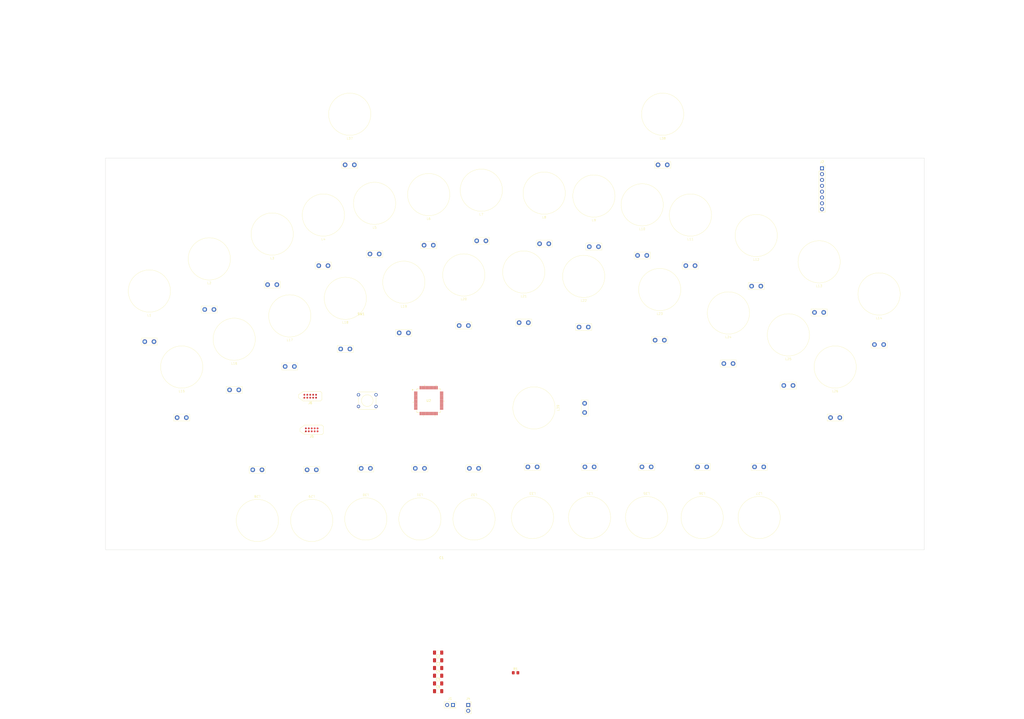
<source format=kicad_pcb>
(kicad_pcb (version 20221018) (generator pcbnew)
  (layers (0 "F.Cu" signal) (31 "B.Cu" signal) (34 "B.Paste" user) (35 "F.Paste" user) (36 "B.SilkS" user "B.Silkscreen") (37 "F.SilkS" user "F.Silkscreen") (38 "B.Mask" user) (39 "F.Mask" user) (44 "Edge.Cuts" user))
  (net 0 "")
  (net 1 "/ouija-main/3V3")
  (net 2 "GND")
  (net 3 "Net-(U2-VDDCORE)")
  (net 4 "Net-(J1-Pin_1)")
  (net 6 "/ESP32/ESP_5V5")
  (net 10 "Net-(J5-NRESET)")
  (net 13 "Net-(J5-SWDCLK{slash}TCK)")
  (net 18 "/ESP32/PWM_OUT")
  (net 19 "Net-(U2-PA00)")
  (net 20 "Net-(U2-PA01)")
  (net 21 "Net-(U2-PA02)")
  (net 22 "Net-(U2-PA03)")
  (net 23 "Net-(U2-PA04)")
  (net 24 "Net-(U2-PA05)")
  (net 25 "Net-(U2-PA06)")
  (net 26 "Net-(U2-PA07)")
  (net 27 "Net-(U2-PA08)")
  (net 28 "Net-(U2-PA09)")
  (net 29 "Net-(U2-PA10)")
  (net 30 "Net-(U2-PA11)")
  (net 31 "Net-(U2-PA12)")
  (net 32 "Net-(U2-PA13)")
  (net 33 "Net-(U2-PA14)")
  (net 34 "Net-(U2-PA15)")
  (net 35 "Net-(U2-PA16)")
  (net 36 "Net-(U2-PA17)")
  (net 37 "Net-(U2-PA18)")
  (net 38 "Net-(U2-PA19)")
  (net 39 "Net-(U2-PA20)")
  (net 40 "Net-(U2-PA21)")
  (net 41 "Net-(U2-PA22)")
  (net 42 "Net-(U2-PA23)")
  (net 43 "Net-(U2-PA24)")
  (net 44 "Net-(U2-PA25)")
  (net 45 "Net-(U2-PB00)")
  (net 46 "Net-(U2-PB01)")
  (net 47 "Net-(U2-PB02)")
  (net 48 "Net-(U2-PB03)")
  (net 49 "Net-(U2-PB04)")
  (net 50 "Net-(U2-PB05)")
  (net 51 "Net-(U2-PB06)")
  (net 52 "Net-(U2-PB07)")
  (net 53 "Net-(U2-PB08)")
  (net 54 "Net-(U2-PB09)")
  (net 55 "Net-(U2-PB10)")
  (net 56 "Net-(U2-PB11)")
  (net 57 "Net-(U2-PB12)")
  (net 61 "/ouija-main/USART_TX")
  (net 62 "/ouija-main/USART_RX")
  (net 67 "/ESP32/ESP_SDA")
  (net 68 "/ESP32/ESP_SCL")
  (footprint "atjacobs:AWCCA coil" (layer "F.Cu") (at 283.21 199.39)
    (fp_text reference "L21" (at 0 10.5 unlocked) (layer "F.SilkS") (effects (font (thickness 0.1))))
    (fp_text value "U")
    (fp_rect (start -3.5 20.5) (end 3.5 23.5) (stroke (width 0.1)) (fill none) (layer "F.SilkS"))
    (fp_circle (center 0 0) (end -5.08 7.62) (stroke (width 0.1)) (fill none) (layer "F.SilkS"))
    (pad "1" thru_hole circle (at -2 22) (size 2 2) (drill 1) (layers "*.Cu" "*.Mask") (net 18 "/ESP32/PWM_OUT"))
    (pad "2" thru_hole circle (at 2 22) (size 2 2) (drill 1) (layers "*.Cu" "*.Mask") (net 39 "Net-(U2-PA20)"))
  )
  (footprint "atjacobs:AWCCA coil" (layer "F.Cu") (at 343.535 130.81)
    (fp_text reference "L38" (at 0 10.5 unlocked) (layer "F.SilkS") (effects (font (thickness 0.1))))
    (fp_text value "NO")
    (fp_rect (start -3.5 20.5) (end 3.5 23.5) (stroke (width 0.1)) (fill none) (layer "F.SilkS"))
    (fp_circle (center 0 0) (end -5.08 7.62) (stroke (width 0.1)) (fill none) (layer "F.SilkS"))
    (pad "1" thru_hole circle (at -2 22) (size 2 2) (drill 1) (layers "*.Cu" "*.Mask") (net 18 "/ESP32/PWM_OUT"))
    (pad "2" thru_hole circle (at 2 22) (size 2 2) (drill 1) (layers "*.Cu" "*.Mask") (net 56 "Net-(U2-PB11)"))
  )
  (footprint "atjacobs:AWCCA coil" (layer "F.Cu") (at 360.68 306.07 180)
    (fp_text reference "L36" (at 0 10.5 180 unlocked) (layer "F.SilkS") (effects (font (thickness 0.1))))
    (fp_text value "9")
    (fp_rect (start -3.5 20.5) (end 3.5 23.5) (stroke (width 0.1)) (fill none) (layer "F.SilkS"))
    (fp_circle (center 0 0) (end -5.08 7.62) (stroke (width 0.1)) (fill none) (layer "F.SilkS"))
    (pad "1" thru_hole circle (at -2 22 180) (size 2 2) (drill 1) (layers "*.Cu" "*.Mask") (net 18 "/ESP32/PWM_OUT"))
    (pad "2" thru_hole circle (at 2 22 180) (size 2 2) (drill 1) (layers "*.Cu" "*.Mask") (net 54 "Net-(U2-PB09)"))
  )
  (footprint "Capacitor_SMD:C_1206_3216Metric_Pad1.33x1.80mm_HandSolder" (layer "F.Cu") (at 246.0375 371.475)
    (fp_text reference "C3" (at 0 -1.85) (layer "F.SilkS"))
    (fp_text value ".1uF")
    (fp_line (start -0.711252 -0.91) (end 0.711252 -0.91) (stroke (width 0.12)) (layer "F.SilkS"))
    (fp_line (start -0.711252 0.91) (end 0.711252 0.91) (stroke (width 0.12)) (layer "F.SilkS"))
    (pad "1" smd roundrect (at -1.5625 0) (size 1.325 1.8) (layers "F.Cu" "F.Paste" "F.Mask") (roundrect_rratio 0.188679) (net 1 "/ouija-main/3V3"))
    (pad "2" smd roundrect (at 1.5625 0) (size 1.325 1.8) (layers "F.Cu" "F.Paste" "F.Mask") (roundrect_rratio 0.188679) (net 2 "GND"))
  )
  (footprint "atjacobs:AWCCA coil" (layer "F.Cu") (at 313.69 166.37)
    (fp_text reference "L9" (at 0 10.5 unlocked) (layer "F.SilkS") (effects (font (thickness 0.1))))
    (fp_text value "I")
    (fp_rect (start -3.5 20.5) (end 3.5 23.5) (stroke (width 0.1)) (fill none) (layer "F.SilkS"))
    (fp_circle (center 0 0) (end -5.08 7.62) (stroke (width 0.1)) (fill none) (layer "F.SilkS"))
    (pad "1" thru_hole circle (at -2 22) (size 2 2) (drill 1) (layers "*.Cu" "*.Mask") (net 18 "/ESP32/PWM_OUT"))
    (pad "2" thru_hole circle (at 2 22) (size 2 2) (drill 1) (layers "*.Cu" "*.Mask") (net 27 "Net-(U2-PA08)"))
  )
  (footprint "Capacitor_SMD:C_1206_3216Metric_Pad1.33x1.80mm_HandSolder" (layer "F.Cu") (at 246.0375 381.525)
    (fp_text reference "C6" (at 0 -1.85) (layer "F.SilkS"))
    (fp_text value ".1uF")
    (fp_line (start -0.711252 -0.91) (end 0.711252 -0.91) (stroke (width 0.12)) (layer "F.SilkS"))
    (fp_line (start -0.711252 0.91) (end 0.711252 0.91) (stroke (width 0.12)) (layer "F.SilkS"))
    (pad "1" smd roundrect (at -1.5625 0) (size 1.325 1.8) (layers "F.Cu" "F.Paste" "F.Mask") (roundrect_rratio 0.188679) (net 1 "/ouija-main/3V3"))
    (pad "2" smd roundrect (at 1.5625 0) (size 1.325 1.8) (layers "F.Cu" "F.Paste" "F.Mask") (roundrect_rratio 0.188679) (net 2 "GND"))
  )
  (footprint "atjacobs:AWCCA coil" (layer "F.Cu") (at 231.14 203.835)
    (fp_text reference "L19" (at 0 10.5 unlocked) (layer "F.SilkS") (effects (font (thickness 0.1))))
    (fp_text value "S")
    (fp_rect (start -3.5 20.5) (end 3.5 23.5) (stroke (width 0.1)) (fill none) (layer "F.SilkS"))
    (fp_circle (center 0 0) (end -5.08 7.62) (stroke (width 0.1)) (fill none) (layer "F.SilkS"))
    (pad "1" thru_hole circle (at -2 22) (size 2 2) (drill 1) (layers "*.Cu" "*.Mask") (net 18 "/ESP32/PWM_OUT"))
    (pad "2" thru_hole circle (at 2 22) (size 2 2) (drill 1) (layers "*.Cu" "*.Mask") (net 37 "Net-(U2-PA18)"))
  )
  (footprint "Capacitor_SMD:C_1206_3216Metric_Pad1.33x1.80mm_HandSolder" (layer "F.Cu") (at 246.0375 374.825)
    (fp_text reference "C4" (at 0 -1.85) (layer "F.SilkS"))
    (fp_text value ".1uF")
    (fp_line (start -0.711252 -0.91) (end 0.711252 -0.91) (stroke (width 0.12)) (layer "F.SilkS"))
    (fp_line (start -0.711252 0.91) (end 0.711252 0.91) (stroke (width 0.12)) (layer "F.SilkS"))
    (pad "1" smd roundrect (at -1.5625 0) (size 1.325 1.8) (layers "F.Cu" "F.Paste" "F.Mask") (roundrect_rratio 0.188679) (net 1 "/ouija-main/3V3"))
    (pad "2" smd roundrect (at 1.5625 0) (size 1.325 1.8) (layers "F.Cu" "F.Paste" "F.Mask") (roundrect_rratio 0.188679) (net 2 "GND"))
  )
  (footprint "atjacobs:AWCCA coil" (layer "F.Cu") (at 167.5426 307.34 180)
    (fp_text reference "L28" (at 0 10.5 180 unlocked) (layer "F.SilkS") (effects (font (thickness 0.1))))
    (fp_text value "1")
    (fp_rect (start -3.5 20.5) (end 3.5 23.5) (stroke (width 0.1)) (fill none) (layer "F.SilkS"))
    (fp_circle (center 0 0) (end -5.08 7.62) (stroke (width 0.1)) (fill none) (layer "F.SilkS"))
    (pad "1" thru_hole circle (at -2 22 180) (size 2 2) (drill 1) (layers "*.Cu" "*.Mask") (net 18 "/ESP32/PWM_OUT"))
    (pad "2" thru_hole circle (at 2 22 180) (size 2 2) (drill 1) (layers "*.Cu" "*.Mask") (net 46 "Net-(U2-PB01)"))
  )
  (footprint "atjacobs:AWCCA coil" (layer "F.Cu") (at 384.175 183.515)
    (fp_text reference "L12" (at 0 10.5 unlocked) (layer "F.SilkS") (effects (font (thickness 0.1))))
    (fp_text value "L")
    (fp_rect (start -3.5 20.5) (end 3.5 23.5) (stroke (width 0.1)) (fill none) (layer "F.SilkS"))
    (fp_circle (center 0 0) (end -5.08 7.62) (stroke (width 0.1)) (fill none) (layer "F.SilkS"))
    (pad "1" thru_hole circle (at -2 22) (size 2 2) (drill 1) (layers "*.Cu" "*.Mask") (net 18 "/ESP32/PWM_OUT"))
    (pad "2" thru_hole circle (at 2 22) (size 2 2) (drill 1) (layers "*.Cu" "*.Mask") (net 30 "Net-(U2-PA11)"))
  )
  (footprint "atjacobs:AWCCA coil" (layer "F.Cu") (at 311.785 306.07 180)
    (fp_text reference "L34" (at 0 10.5 180 unlocked) (layer "F.SilkS") (effects (font (thickness 0.1))))
    (fp_text value "7")
    (fp_rect (start -3.5 20.5) (end 3.5 23.5) (stroke (width 0.1)) (fill none) (layer "F.SilkS"))
    (fp_circle (center 0 0) (end -5.08 7.62) (stroke (width 0.1)) (fill none) (layer "F.SilkS"))
    (pad "1" thru_hole circle (at -2 22 180) (size 2 2) (drill 1) (layers "*.Cu" "*.Mask") (net 18 "/ESP32/PWM_OUT"))
    (pad "2" thru_hole circle (at 2 22 180) (size 2 2) (drill 1) (layers "*.Cu" "*.Mask") (net 52 "Net-(U2-PB07)"))
  )
  (footprint "atjacobs:AWCCA coil" (layer "F.Cu") (at 411.48 194.945)
    (fp_text reference "L13" (at 0 10.5 unlocked) (layer "F.SilkS") (effects (font (thickness 0.1))))
    (fp_text value "M")
    (fp_rect (start -3.5 20.5) (end 3.5 23.5) (stroke (width 0.1)) (fill none) (layer "F.SilkS"))
    (fp_circle (center 0 0) (end -5.08 7.62) (stroke (width 0.1)) (fill none) (layer "F.SilkS"))
    (pad "1" thru_hole circle (at -2 22) (size 2 2) (drill 1) (layers "*.Cu" "*.Mask") (net 18 "/ESP32/PWM_OUT"))
    (pad "2" thru_hole circle (at 2 22) (size 2 2) (drill 1) (layers "*.Cu" "*.Mask") (net 31 "Net-(U2-PA12)"))
  )
  (footprint "atjacobs:AWCCA coil" (layer "F.Cu") (at 238.125 306.705 180)
    (fp_text reference "L31" (at 0 10.5 180 unlocked) (layer "F.SilkS") (effects (font (thickness 0.1))))
    (fp_text value "4")
    (fp_rect (start -3.5 20.5) (end 3.5 23.5) (stroke (width 0.1)) (fill none) (layer "F.SilkS"))
    (fp_circle (center 0 0) (end -5.08 7.62) (stroke (width 0.1)) (fill none) (layer "F.SilkS"))
    (pad "1" thru_hole circle (at -2 22 180) (size 2 2) (drill 1) (layers "*.Cu" "*.Mask") (net 18 "/ESP32/PWM_OUT"))
    (pad "2" thru_hole circle (at 2 22 180) (size 2 2) (drill 1) (layers "*.Cu" "*.Mask") (net 49 "Net-(U2-PB04)"))
  )
  (footprint "atjacobs:AWCCA coil" (layer "F.Cu") (at 287.655 258.445 90)
    (fp_text reference "L39" (at 0 10.5 90 unlocked) (layer "F.SilkS") (effects (font (thickness 0.1))))
    (fp_text value "WAVE")
    (fp_rect (start -3.5 20.5) (end 3.5 23.5) (stroke (width 0.1)) (fill none) (layer "F.SilkS"))
    (fp_circle (center 0 0) (end -5.08 7.62) (stroke (width 0.1)) (fill none) (layer "F.SilkS"))
    (pad "1" thru_hole circle (at -2 22 90) (size 2 2) (drill 1) (layers "*.Cu" "*.Mask") (net 18 "/ESP32/PWM_OUT"))
    (pad "2" thru_hole circle (at 2 22 90) (size 2 2) (drill 1) (layers "*.Cu" "*.Mask") (net 57 "Net-(U2-PB12)"))
  )
  (footprint "atjacobs:AWCCA coil" (layer "F.Cu") (at 264.795 163.83)
    (fp_text reference "L7" (at 0 10.5 unlocked) (layer "F.SilkS") (effects (font (thickness 0.1))))
    (fp_text value "G")
    (fp_rect (start -3.5 20.5) (end 3.5 23.5) (stroke (width 0.1)) (fill none) (layer "F.SilkS"))
    (fp_circle (center 0 0) (end -5.08 7.62) (stroke (width 0.1)) (fill none) (layer "F.SilkS"))
    (pad "1" thru_hole circle (at -2 22) (size 2 2) (drill 1) (layers "*.Cu" "*.Mask") (net 18 "/ESP32/PWM_OUT"))
    (pad "2" thru_hole circle (at 2 22) (size 2 2) (drill 1) (layers "*.Cu" "*.Mask") (net 25 "Net-(U2-PA06)"))
  )
  (footprint "atjacobs:AWCCA coil" (layer "F.Cu") (at 205.74 210.82)
    (fp_text reference "L18" (at 0 10.5 unlocked) (layer "F.SilkS") (effects (font (thickness 0.1))))
    (fp_text value "R")
    (fp_rect (start -3.5 20.5) (end 3.5 23.5) (stroke (width 0.1)) (fill none) (layer "F.SilkS"))
    (fp_circle (center 0 0) (end -5.08 7.62) (stroke (width 0.1)) (fill none) (layer "F.SilkS"))
    (pad "1" thru_hole circle (at -2 22) (size 2 2) (drill 1) (layers "*.Cu" "*.Mask") (net 18 "/ESP32/PWM_OUT"))
    (pad "2" thru_hole circle (at 2 22) (size 2 2) (drill 1) (layers "*.Cu" "*.Mask") (net 36 "Net-(U2-PA17)"))
  )
  (footprint "atjacobs:AWCCA coil" (layer "F.Cu") (at 355.6 174.625)
    (fp_text reference "L11" (at 0 10.5 unlocked) (layer "F.SilkS") (effects (font (thickness 0.1))))
    (fp_text value "K")
    (fp_rect (start -3.5 20.5) (end 3.5 23.5) (stroke (width 0.1)) (fill none) (layer "F.SilkS"))
    (fp_circle (center 0 0) (end -5.08 7.62) (stroke (width 0.1)) (fill none) (layer "F.SilkS"))
    (pad "1" thru_hole circle (at -2 22) (size 2 2) (drill 1) (layers "*.Cu" "*.Mask") (net 18 "/ESP32/PWM_OUT"))
    (pad "2" thru_hole circle (at 2 22) (size 2 2) (drill 1) (layers "*.Cu" "*.Mask") (net 29 "Net-(U2-PA10)"))
  )
  (footprint "atjacobs:AWCCA coil" (layer "F.Cu") (at 218.44 169.545)
    (fp_text reference "L5" (at 0 10.5 unlocked) (layer "F.SilkS") (effects (font (thickness 0.1))))
    (fp_text value "E")
    (fp_rect (start -3.5 20.5) (end 3.5 23.5) (stroke (width 0.1)) (fill none) (layer "F.SilkS"))
    (fp_circle (center 0 0) (end -5.08 7.62) (stroke (width 0.1)) (fill none) (layer "F.SilkS"))
    (pad "1" thru_hole circle (at -2 22) (size 2 2) (drill 1) (layers "*.Cu" "*.Mask") (net 18 "/ESP32/PWM_OUT"))
    (pad "2" thru_hole circle (at 2 22) (size 2 2) (drill 1) (layers "*.Cu" "*.Mask") (net 23 "Net-(U2-PA04)"))
  )
  (footprint "atjacobs:AWCCA coil" (layer "F.Cu") (at 261.62 306.705 180)
    (fp_text reference "L32" (at 0 10.5 180 unlocked) (layer "F.SilkS") (effects (font (thickness 0.1))))
    (fp_text value "5")
    (fp_rect (start -3.5 20.5) (end 3.5 23.5) (stroke (width 0.1)) (fill none) (layer "F.SilkS"))
    (fp_circle (center 0 0) (end -5.08 7.62) (stroke (width 0.1)) (fill none) (layer "F.SilkS"))
    (pad "1" thru_hole circle (at -2 22 180) (size 2 2) (drill 1) (layers "*.Cu" "*.Mask") (net 18 "/ESP32/PWM_OUT"))
    (pad "2" thru_hole circle (at 2 22 180) (size 2 2) (drill 1) (layers "*.Cu" "*.Mask") (net 50 "Net-(U2-PB05)"))
  )
  (footprint "Capacitor_SMD:C_1206_3216Metric_Pad1.33x1.80mm_HandSolder" (layer "F.Cu") (at 246.0375 364.775)
    (fp_text reference "C1" (at 1.4727 -41.1876) (layer "F.SilkS"))
    (fp_text value ".1uF")
    (fp_line (start -0.711252 -0.91) (end 0.711252 -0.91) (stroke (width 0.12)) (layer "F.SilkS"))
    (fp_line (start -0.711252 0.91) (end 0.711252 0.91) (stroke (width 0.12)) (layer "F.SilkS"))
    (pad "1" smd roundrect (at -1.5625 0) (size 1.325 1.8) (layers "F.Cu" "F.Paste" "F.Mask") (roundrect_rratio 0.188679) (net 1 "/ouija-main/3V3"))
    (pad "2" smd roundrect (at 1.5625 0) (size 1.325 1.8) (layers "F.Cu" "F.Paste" "F.Mask") (roundrect_rratio 0.188679) (net 2 "GND"))
  )
  (footprint "atjacobs:AWCCA coil" (layer "F.Cu") (at 157.48 228.6)
    (fp_text reference "L16" (at 0 10.5 unlocked) (layer "F.SilkS") (effects (font (thickness 0.1))))
    (fp_text value "P")
    (fp_rect (start -3.5 20.5) (end 3.5 23.5) (stroke (width 0.1)) (fill none) (layer "F.SilkS"))
    (fp_circle (center 0 0) (end -5.08 7.62) (stroke (width 0.1)) (fill none) (layer "F.SilkS"))
    (pad "1" thru_hole circle (at -2 22) (size 2 2) (drill 1) (layers "*.Cu" "*.Mask") (net 18 "/ESP32/PWM_OUT"))
    (pad "2" thru_hole circle (at 2 22) (size 2 2) (drill 1) (layers "*.Cu" "*.Mask") (net 34 "Net-(U2-PA15)"))
  )
  (footprint "atjacobs:AWCCA coil" (layer "F.Cu") (at 214.63 306.705 180)
    (fp_text reference "L30" (at 0 10.5 180 unlocked) (layer "F.SilkS") (effects (font (thickness 0.1))))
    (fp_text value "3")
    (fp_rect (start -3.5 20.5) (end 3.5 23.5) (stroke (width 0.1)) (fill none) (layer "F.SilkS"))
    (fp_circle (center 0 0) (end -5.08 7.62) (stroke (width 0.1)) (fill none) (layer "F.SilkS"))
    (pad "1" thru_hole circle (at -2 22 180) (size 2 2) (drill 1) (layers "*.Cu" "*.Mask") (net 18 "/ESP32/PWM_OUT"))
    (pad "2" thru_hole circle (at 2 22 180) (size 2 2) (drill 1) (layers "*.Cu" "*.Mask") (net 48 "Net-(U2-PB03)"))
  )
  (footprint "atjacobs:AWCCA coil" (layer "F.Cu") (at 342.265 207.01)
    (fp_text reference "L23" (at 0 10.5 unlocked) (layer "F.SilkS") (effects (font (thickness 0.1))))
    (fp_text value "W")
    (fp_rect (start -3.5 20.5) (end 3.5 23.5) (stroke (width 0.1)) (fill none) (layer "F.SilkS"))
    (fp_circle (center 0 0) (end -5.08 7.62) (stroke (width 0.1)) (fill none) (layer "F.SilkS"))
    (pad "1" thru_hole circle (at -2 22) (size 2 2) (drill 1) (layers "*.Cu" "*.Mask") (net 18 "/ESP32/PWM_OUT"))
    (pad "2" thru_hole circle (at 2 22) (size 2 2) (drill 1) (layers "*.Cu" "*.Mask") (net 41 "Net-(U2-PA22)"))
  )
  (footprint "atjacobs:AWCCA coil" (layer "F.Cu") (at 287.02 306.07 180)
    (fp_text reference "L33" (at 0 10.5 180 unlocked) (layer "F.SilkS") (effects (font (thickness 0.1))))
    (fp_text value "6")
    (fp_rect (start -3.5 20.5) (end 3.5 23.5) (stroke (width 0.1)) (fill none) (layer "F.SilkS"))
    (fp_circle (center 0 0) (end -5.08 7.62) (stroke (width 0.1)) (fill none) (layer "F.SilkS"))
    (pad "1" thru_hole circle (at -2 22 180) (size 2 2) (drill 1) (layers "*.Cu" "*.Mask") (net 18 "/ESP32/PWM_OUT"))
    (pad "2" thru_hole circle (at 2 22 180) (size 2 2) (drill 1) (layers "*.Cu" "*.Mask") (net 51 "Net-(U2-PB06)"))
  )
  (footprint "atjacobs:AWCCA coil" (layer "F.Cu") (at 372.11 217.17)
    (fp_text reference "L24" (at 0 10.5 unlocked) (layer "F.SilkS") (effects (font (thickness 0.1))))
    (fp_text value "X")
    (fp_rect (start -3.5 20.5) (end 3.5 23.5) (stroke (width 0.1)) (fill none) (layer "F.SilkS"))
    (fp_circle (center 0 0) (end -5.08 7.62) (stroke (width 0.1)) (fill none) (layer "F.SilkS"))
    (pad "1" thru_hole circle (at -2 22) (size 2 2) (drill 1) (layers "*.Cu" "*.Mask") (net 18 "/ESP32/PWM_OUT"))
    (pad "2" thru_hole circle (at 2 22) (size 2 2) (drill 1) (layers "*.Cu" "*.Mask") (net 42 "Net-(U2-PA23)"))
  )
  (footprint "Connector_PinSocket_2.54mm:PinSocket_1x02_P2.54mm_Vertical" (layer "F.Cu") (at 259.1075 387.525)
    (fp_text reference "J4" (at 0 -2.77) (layer "F.SilkS"))
    (fp_text value "Conn_01x02_Pin")
    (fp_line (start -1.33 1.27) (end -1.33 3.87) (stroke (width 0.12)) (layer "F.SilkS"))
    (fp_line (start -1.33 1.27) (end 1.33 1.27) (stroke (width 0.12)) (layer "F.SilkS"))
    (fp_line (start -1.33 3.87) (end 1.33 3.87) (stroke (width 0.12)) (layer "F.SilkS"))
    (fp_line (start 0 -1.33) (end 1.33 -1.33) (stroke (width 0.12)) (layer "F.SilkS"))
    (fp_line (start 1.33 -1.33) (end 1.33 0) (stroke (width 0.12)) (layer "F.SilkS"))
    (fp_line (start 1.33 1.27) (end 1.33 3.87) (stroke (width 0.12)) (layer "F.SilkS"))
    (pad "1" thru_hole rect (at 0 0) (size 1.7 1.7) (drill 1) (layers "*.Cu" "*.Mask") (net 2 "GND"))
    (pad "2" thru_hole oval (at 0 2.54) (size 1.7 1.7) (drill 1) (layers "*.Cu" "*.Mask") (net 2 "GND"))
  )
  (footprint "Connector:Tag-Connect_TC2050-IDC-NL_2x05_P1.27mm_Vertical" (layer "F.Cu") (at 190.5 253.365)
    (fp_text reference "J6" (at 0 2.9) (layer "F.SilkS"))
    (fp_text value "DEBUG-BACK")
    (fp_line (start -5.08 -0.65) (end -3.1 -2.05) (stroke (width 0.12)) (layer "F.SilkS"))
    (fp_line (start -5.08 0.65) (end -5.08 -0.65) (stroke (width 0.12)) (layer "F.SilkS"))
    (fp_line (start -3.175 1.27) (end -3.175 0.635) (stroke (width 0.12)) (layer "F.SilkS"))
    (fp_line (start -3.1 -2.05) (end 4.48 -2.05) (stroke (width 0.12)) (layer "F.SilkS"))
    (fp_line (start -3.1 2.05) (end -5.08 0.65) (stroke (width 0.12)) (layer "F.SilkS"))
    (fp_line (start -2.54 1.27) (end -3.175 1.27) (stroke (width 0.12)) (layer "F.SilkS"))
    (fp_line (start 4.48 -2.05) (end 5.08 -1.45) (stroke (width 0.12)) (layer "F.SilkS"))
    (fp_line (start 4.48 2.05) (end -3.1 2.05) (stroke (width 0.12)) (layer "F.SilkS"))
    (fp_line (start 4.48 2.05) (end 5.08 1.45) (stroke (width 0.12)) (layer "F.SilkS"))
    (fp_line (start 5.08 -1.45) (end 5.08 1.45) (stroke (width 0.12)) (layer "F.SilkS"))
    (pad "" np_thru_hole circle (at -3.81 0) (size 0.9906 0.9906) (drill 0.9906) (layers "*.Cu" "*.Mask"))
    (pad "" np_thru_hole circle (at 3.81 -1.016) (size 0.9906 0.9906) (drill 0.9906) (layers "*.Cu" "*.Mask"))
    (pad "" np_thru_hole circle (at 3.81 1.016) (size 0.9906 0.9906) (drill 0.9906) (layers "*.Cu" "*.Mask"))
    (pad "1" connect circle (at -2.54 0.635) (size 0.7874 0.7874) (layers "F.Cu" "F.Mask") (net 1 "/ouija-main/3V3"))
    (pad "2" connect circle (at -1.27 0.635) (size 0.7874 0.7874) (layers "F.Cu" "F.Mask") (net 2 "GND"))
    (pad "3" connect circle (at 0 0.635) (size 0.7874 0.7874) (layers "F.Cu" "F.Mask") (net 2 "GND"))
    (pad "4" connect circle (at 1.27 0.635) (size 0.7874 0.7874) (layers "F.Cu" "F.Mask"))
    (pad "5" connect circle (at 2.54 0.635) (size 0.7874 0.7874) (layers "F.Cu" "F.Mask"))
    (pad "6" connect circle (at 2.54 -0.635) (size 0.7874 0.7874) (layers "F.Cu" "F.Mask") (net 10 "Net-(J5-NRESET)"))
    (pad "7" connect circle (at 1.27 -0.635) (size 0.7874 0.7874) (layers "F.Cu" "F.Mask"))
    (pad "8" connect circle (at 0 -0.635) (size 0.7874 0.7874) (layers "F.Cu" "F.Mask"))
    (pad "9" connect circle (at -1.27 -0.635) (size 0.7874 0.7874) (layers "F.Cu" "F.Mask") (net 13 "Net-(J5-SWDCLK{slash}TCK)"))
    (pad "10" connect circle (at -2.54 -0.635) (size 0.7874 0.7874) (layers "F.Cu" "F.Mask") (net 13 "Net-(J5-SWDCLK{slash}TCK)"))
  )
  (footprint "footprints:TQFP64_10x10MC_MCH" (layer "F.Cu") (at 241.935 255.27)
    (fp_text reference "U2" (at 0 0 unlocked) (layer "F.SilkS"))
    (fp_text value "ATSAMD21J18A-A")
    (fp_text user "*" (at -6.985 -4.381 unlocked) (layer "F.SilkS"))
    (fp_text user "*" (at -6.985 -4.381) (layer "F.SilkS"))
    (fp_line (start -5.1308 -5.1308) (end -5.1308 -4.22244) (stroke (width 0.1524)) (layer "F.SilkS"))
    (fp_line (start -5.1308 4.22244) (end -5.1308 5.1308) (stroke (width 0.1524)) (layer "F.SilkS"))
    (fp_line (start -5.1308 5.1308) (end -4.22244 5.1308) (stroke (width 0.1524)) (layer "F.SilkS"))
    (fp_line (start -4.22244 -5.1308) (end -5.1308 -5.1308) (stroke (width 0.1524)) (layer "F.SilkS"))
    (fp_line (start 4.22244 5.1308) (end 5.1308 5.1308) (stroke (width 0.1524)) (layer "F.SilkS"))
    (fp_line (start 5.1308 -5.1308) (end 4.22244 -5.1308) (stroke (width 0.1524)) (layer "F.SilkS"))
    (fp_line (start 5.1308 -4.22244) (end 5.1308 -5.1308) (stroke (width 0.1524)) (layer "F.SilkS"))
    (fp_line (start 5.1308 5.1308) (end 5.1308 4.22244) (stroke (width 0.1524)) (layer "F.SilkS"))
    (fp_poly (pts (xy -6.858 0.559501) (xy -6.858 0.940501) (xy -6.604 0.940501) (xy -6.604 0.559501)) (fill solid) (layer "F.SilkS"))
    (fp_poly (pts (xy -2.440501 6.604) (xy -2.440501 6.858) (xy -2.059501 6.858) (xy -2.059501 6.604)) (fill solid) (layer "F.SilkS"))
    (fp_poly (pts (xy -1.940499 -6.604) (xy -1.940499 -6.858) (xy -1.559499 -6.858) (xy -1.559499 -6.604)) (fill solid) (layer "F.SilkS"))
    (fp_poly (pts (xy 2.5595 6.604) (xy 2.5595 6.858) (xy 2.9405 6.858) (xy 2.9405 6.604)) (fill solid) (layer "F.SilkS"))
    (fp_poly (pts (xy 3.059501 -6.604) (xy 3.059501 -6.858) (xy 3.440501 -6.858) (xy 3.440501 -6.604)) (fill solid) (layer "F.SilkS"))
    (fp_poly (pts (xy 6.858 0.059499) (xy 6.858 0.4405) (xy 6.604 0.4405) (xy 6.604 0.059499)) (fill solid) (layer "F.SilkS"))
    (pad "1" smd rect (at -5.6134 -3.75 90) (size 0.2794 1.4732) (layers "F.Cu" "F.Paste" "F.Mask") (net 19 "Net-(U2-PA00)"))
    (pad "2" smd rect (at -5.6134 -3.250001 90) (size 0.2794 1.4732) (layers "F.Cu" "F.Paste" "F.Mask") (net 20 "Net-(U2-PA01)"))
    (pad "3" smd rect (at -5.6134 -2.75 90) (size 0.2794 1.4732) (layers "F.Cu" "F.Paste" "F.Mask") (net 21 "Net-(U2-PA02)"))
    (pad "4" smd rect (at -5.6134 -2.250001 90) (size 0.2794 1.4732) (layers "F.Cu" "F.Paste" "F.Mask") (net 22 "Net-(U2-PA03)"))
    (pad "5" smd rect (at -5.6134 -1.749999 90) (size 0.2794 1.4732) (layers "F.Cu" "F.Paste" "F.Mask") (net 49 "Net-(U2-PB04)"))
    (pad "6" smd rect (at -5.6134 -1.25 90) (size 0.2794 1.4732) (layers "F.Cu" "F.Paste" "F.Mask") (net 50 "Net-(U2-PB05)"))
    (pad "7" smd rect (at -5.6134 -0.750001 90) (size 0.2794 1.4732) (layers "F.Cu" "F.Paste" "F.Mask") (net 2 "GND"))
    (pad "8" smd rect (at -5.6134 -0.25 90) (size 0.2794 1.4732) (layers "F.Cu" "F.Paste" "F.Mask") (net 1 "/ouija-main/3V3"))
    (pad "9" smd rect (at -5.6134 0.25 90) (size 0.2794 1.4732) (layers "F.Cu" "F.Paste" "F.Mask") (net 51 "Net-(U2-PB06)"))
    (pad "10" smd rect (at -5.6134 0.750001 90) (size 0.2794 1.4732) (layers "F.Cu" "F.Paste" "F.Mask") (net 52 "Net-(U2-PB07)"))
    (pad "11" smd rect (at -5.6134 1.25 90) (size 0.2794 1.4732) (layers "F.Cu" "F.Paste" "F.Mask") (net 53 "Net-(U2-PB08)"))
    (pad "12" smd rect (at -5.6134 1.749999 90) (size 0.2794 1.4732) (layers "F.Cu" "F.Paste" "F.Mask") (net 54 "Net-(U2-PB09)"))
    (pad "13" smd rect (at -5.6134 2.250001 90) (size 0.2794 1.4732) (layers "F.Cu" "F.Paste" "F.Mask") (net 23 "Net-(U2-PA04)"))
    (pad "14" smd rect (at -5.6134 2.75 90) (size 0.2794 1.4732) (layers "F.Cu" "F.Paste" "F.Mask") (net 24 "Net-(U2-PA05)"))
    (pad "15" smd rect (at -5.6134 3.250001 90) (size 0.2794 1.4732) (layers "F.Cu" "F.Paste" "F.Mask") (net 25 "Net-(U2-PA06)"))
    (pad "16" smd rect (at -5.6134 3.75 90) (size 0.2794 1.4732) (layers "F.Cu" "F.Paste" "F.Mask") (net 26 "Net-(U2-PA07)"))
    (pad "17" smd rect (at -3.75 5.6134) (size 0.2794 1.4732) (layers "F.Cu" "F.Paste" "F.Mask") (net 27 "Net-(U2-PA08)"))
    (pad "18" smd rect (at -3.250001 5.6134) (size 0.2794 1.4732) (layers "F.Cu" "F.Paste" "F.Mask") (net 28 "Net-(U2-PA09)"))
    (pad "19" smd rect (at -2.75 5.6134) (size 0.2794 1.4732) (layers "F.Cu" "F.Paste" "F.Mask") (net 29 "Net-(U2-PA10)"))
    (pad "20" smd rect (at -2.250001 5.6134) (size 0.2794 1.4732) (layers "F.Cu" "F.Paste" "F.Mask") (net 30 "Net-(U2-PA11)"))
    (pad "21" smd rect (at -1.749999 5.6134) (size 0.2794 1.4732) (layers "F.Cu" "F.Paste" "F.Mask") (net 1 "/ouija-main/3V3"))
    (pad "22" smd rect (at -1.25 5.6134) (size 0.2794 1.4732) (layers "F.Cu" "F.Paste" "F.Mask") (net 2 "GND"))
    (pad "23" smd rect (at -0.750001 5.6134) (size 0.2794 1.4732) (layers "F.Cu" "F.Paste" "F.Mask") (net 55 "Net-(U2-PB10)"))
    (pad "24" smd rect (at -0.25 5.6134) (size 0.2794 1.4732) (layers "F.Cu" "F.Paste" "F.Mask") (net 56 "Net-(U2-PB11)"))
    (pad "25" smd rect (at 0.25 5.6134) (size 0.2794 1.4732) (layers "F.Cu" "F.Paste" "F.Mask") (net 57 "Net-(U2-PB12)"))
    (pad "26" smd rect (at 0.750001 5.6134) (size 0.2794 1.4732) (layers "F.Cu" "F.Paste" "F.Mask"))
    (pad "27" smd rect (at 1.25 5.6134) (size 0.2794 1.4732) (layers "F.Cu" "F.Paste" "F.Mask"))
    (pad "28" smd rect (at 1.749999 5.6134) (size 0.2794 1.4732) (layers "F.Cu" "F.Paste" "F.Mask"))
    (pad "29" smd rect (at 2.250001 5.6134) (size 0.2794 1.4732) (layers "F.Cu" "F.Paste" "F.Mask") (net 31 "Net-(U2-PA12)"))
    (pad "30" smd rect (at 2.75 5.6134) (size 0.2794 1.4732) (layers "F.Cu" "F.Paste" "F.Mask") (net 32 "Net-(U2-PA13)"))
    (pad "31" smd rect (at 3.250001 5.6134) (size 0.2794 1.4732) (layers "F.Cu" "F.Paste" "F.Mask") (net 33 "Net-(U2-PA14)"))
    (pad "32" smd rect (at 3.75 5.6134) (size 0.2794 1.4732) (layers "F.Cu" "F.Paste" "F.Mask") (net 34 "Net-(U2-PA15)"))
    (pad "33" smd rect (at 5.6134 3.75 90) (size 0.2794 1.4732) (layers "F.Cu" "F.Paste" "F.Mask") (net 2 "GND"))
    (pad "34" smd rect (at 5.6134 3.250001 90) (size 0.2794 1.4732) (layers "F.Cu" "F.Paste" "F.Mask") (net 1 "/ouija-main/3V3"))
    (pad "35" smd rect (at 5.6134 2.75 90) (size 0.2794 1.4732) (layers "F.Cu" "F.Paste" "F.Mask") (net 35 "Net-(U2-PA16)"))
    (pad "36" smd rect (at 5.6134 2.250001 90) (size 0.2794 1.4732) (layers "F.Cu" "F.Paste" "F.Mask") (net 36 "Net-(U2-PA17)"))
    (pad "37" smd rect (at 5.6134 1.749999 90) (size 0.2794 1.4732) (layers "F.Cu" "F.Paste" "F.Mask") (net 37 "Net-(U2-PA18)"))
    (pad "38" smd rect (at 5.6134 1.25 90) (size 0.2794 1.4732) (layers "F.Cu" "F.Paste" "F.Mask") (net 38 "Net-(U2-PA19)"))
    (pad "39" smd rect (at 5.6134 0.750001 90) (size 0.2794 1.4732) (layers "F.Cu" "F.Paste" "F.Mask") (net 61 "/ouija-main/USART_TX"))
    (pad "40" smd rect (at 5.6134 0.25 90) (size 0.2794 1.4732) (layers "F.Cu" "F.Paste" "F.Mask") (net 62 "/ouija-main/USART_RX"))
    (pad "41" smd rect (at 5.6134 -0.25 90) (size 0.2794 1.4732) (layers "F.Cu" "F.Paste" "F.Mask") (net 39 "Net-(U2-PA20)"))
    (pad "42" smd rect (at 5.6134 -0.750001 90) (size 0.2794 1.4732) (layers "F.Cu" "F.Paste" "F.Mask") (net 40 "Net-(U2-PA21)"))
    (pad "43" smd rect (at 5.6134 -1.25 90) (size 0.2794 1.4732) (layers "F.Cu" "F.Paste" "F.Mask") (net 41 "Net-(U2-PA22)"))
    (pad "44" smd rect (at 5.6134 -1.749999 90) (size 0.2794 1.4732) (layers "F.Cu" "F.Paste" "F.Mask") (net 42 "Net-(U2-PA23)"))
    (pad "45" smd rect (at 5.6134 -2.250001 90) (size 0.2794 1.4732) (layers "F.Cu" "F.Paste" "F.Mask") (net 43 "Net-(U2-PA24)"))
    (pad "46" smd rect (at 5.6134 -2.75 90) (size 0.2794 1.4732) (layers "F.Cu" "F.Paste" "F.Mask") (net 44 "Net-(U2-PA25)"))
    (pad "47" smd rect (at 5.6134 -3.250001 90) (size 0.2794 1.4732) (layers "F.Cu" "F.Paste" "F.Mask") (net 2 "GND"))
    (pad "48" smd rect (at 5.6134 -3.75 90) (size 0.2794 1.4732) (layers "F.Cu" "F.Paste" "F.Mask") (net 1 "/ouija-main/3V3"))
    (pad "49" smd rect (at 3.75 -5.6134) (size 0.2794 1.4732) (layers "F.Cu" "F.Paste" "F.Mask"))
    (pad "50" smd rect (at 3.250001 -5.6134) (size 0.2794 1.4732) (layers "F.Cu" "F.Paste" "F.Mask"))
    (pad "51" smd rect (at 2.75 -5.6134) (size 0.2794 1.4732) (layers "F.Cu" "F.Paste" "F.Mask"))
    (pad "52" smd rect (at 2.250001 -5.6134) (size 0.2794 1.4732) (layers "F.Cu" "F.Paste" "F.Mask") (net 10 "Net-(J5-NRESET)"))
    (pad "53" smd rect (at 1.749999 -5.6134) (size 0.2794 1.4732) (layers "F.Cu" "F.Paste" "F.Mask"))
    (pad "54" smd rect (at 1.25 -5.6134) (size 0.2794 1.4732) (layers "F.Cu" "F.Paste" "F.Mask") (net 2 "GND"))
    (pad "55" smd rect (at 0.750001 -5.6134) (size 0.2794 1.4732) (layers "F.Cu" "F.Paste" "F.Mask") (net 3 "Net-(U2-VDDCORE)"))
    (pad "56" smd rect (at 0.25 -5.6134) (size 0.2794 1.4732) (layers "F.Cu" "F.Paste" "F.Mask") (net 1 "/ouija-main/3V3"))
    (pad "57" smd rect (at -0.25 -5.6134) (size 0.2794 1.4732) (layers "F.Cu" "F.Paste" "F.Mask") (net 13 "Net-(J5-SWDCLK{slash}TCK)"))
    (pad "58" smd rect (at -0.750001 -5.6134) (size 0.2794 1.4732) (layers "F.Cu" "F.Paste" "F.Mask") (net 13 "Net-(J5-SWDCLK{slash}TCK)"))
    (pad "59" smd rect (at -1.25 -5.6134) (size 0.2794 1.4732) (layers "F.Cu" "F.Paste" "F.Mask") (net 67 "/ESP32/ESP_SDA"))
    (pad "60" smd rect (at -1.749999 -5.6134) (size 0.2794 1.4732) (layers "F.Cu" "F.Paste" "F.Mask") (net 68 "/ESP32/ESP_SCL"))
    (pad "61" smd rect (at -2.250001 -5.6134) (size 0.2794 1.4732) (layers "F.Cu" "F.Paste" "F.Mask") (net 45 "Net-(U2-PB00)"))
    (pad "62" smd rect (at -2.75 -5.6134) (size 0.2794 1.4732) (layers "F.Cu" "F.Paste" "F.Mask") (net 46 "Net-(U2-PB01)"))
    (pad "63" smd rect (at -3.250001 -5.6134) (size 0.2794 1.4732) (layers "F.Cu" "F.Paste" "F.Mask") (net 47 "Net-(U2-PB02)"))
    (pad "64" smd rect (at -3.75 -5.6134) (size 0.2794 1.4732) (layers "F.Cu" "F.Paste" "F.Mask") (net 48 "Net-(U2-PB03)"))
  )
  (footprint "atjacobs:AWCCA coil" (layer "F.Cu") (at 292.1 165.1)
    (fp_text reference "L8" (at 0 10.5 unlocked) (layer "F.SilkS") (effects (font (thickness 0.1))))
    (fp_text value "H")
    (fp_rect (start -3.5 20.5) (end 3.5 23.5) (stroke (width 0.1)) (fill none) (layer "F.SilkS"))
    (fp_circle (center 0 0) (end -5.08 7.62) (stroke (width 0.1)) (fill none) (layer "F.SilkS"))
    (pad "1" thru_hole circle (at -2 22) (size 2 2) (drill 1) (layers "*.Cu" "*.Mask") (net 18 "/ESP32/PWM_OUT"))
    (pad "2" thru_hole circle (at 2 22) (size 2 2) (drill 1) (layers "*.Cu" "*.Mask") (net 26 "Net-(U2-PA07)"))
  )
  (footprint "atjacobs:AWCCA coil" (layer "F.Cu") (at 418.465 240.665)
    (fp_text reference "L26" (at 0 10.5 unlocked) (layer "F.SilkS") (effects (font (thickness 0.1))))
    (fp_text value "Z")
    (fp_rect (start -3.5 20.5) (end 3.5 23.5) (stroke (width 0.1)) (fill none) (layer "F.SilkS"))
    (fp_circle (center 0 0) (end -5.08 7.62) (stroke (width 0.1)) (fill none) (layer "F.SilkS"))
    (pad "1" thru_hole circle (at -2 22) (size 2 2) (drill 1) (layers "*.Cu" "*.Mask") (net 18 "/ESP32/PWM_OUT"))
    (pad "2" thru_hole circle (at 2 22) (size 2 2) (drill 1) (layers "*.Cu" "*.Mask") (net 44 "Net-(U2-PA25)"))
  )
  (footprint "atjacobs:AWCCA coil" (layer "F.Cu") (at 437.515 208.915)
    (fp_text reference "L14" (at 0 10.5 unlocked) (layer "F.SilkS") (effects (font (thickness 0.1))))
    (fp_text value "N")
    (fp_rect (start -3.5 20.5) (end 3.5 23.5) (stroke (width 0.1)) (fill none) (layer "F.SilkS"))
    (fp_circle (center 0 0) (end -5.08 7.62) (stroke (width 0.1)) (fill none) (layer "F.SilkS"))
    (pad "1" thru_hole circle (at -2 22) (size 2 2) (drill 1) (layers "*.Cu" "*.Mask") (net 18 "/ESP32/PWM_OUT"))
    (pad "2" thru_hole circle (at 2 22) (size 2 2) (drill 1) (layers "*.Cu" "*.Mask") (net 32 "Net-(U2-PA13)"))
  )
  (footprint "Capacitor_SMD:C_1206_3216Metric_Pad1.33x1.80mm_HandSolder" (layer "F.Cu") (at 246.0375 368.125)
    (fp_text reference "C2" (at 0 -1.85) (layer "F.SilkS"))
    (fp_text value ".1uF")
    (fp_line (start -0.711252 -0.91) (end 0.711252 -0.91) (stroke (width 0.12)) (layer "F.SilkS"))
    (fp_line (start -0.711252 0.91) (end 0.711252 0.91) (stroke (width 0.12)) (layer "F.SilkS"))
    (pad "1" smd roundrect (at -1.5625 0) (size 1.325 1.8) (layers "F.Cu" "F.Paste" "F.Mask") (roundrect_rratio 0.188679) (net 1 "/ouija-main/3V3"))
    (pad "2" smd roundrect (at 1.5625 0) (size 1.325 1.8) (layers "F.Cu" "F.Paste" "F.Mask") (roundrect_rratio 0.188679) (net 2 "GND"))
  )
  (footprint "atjacobs:AWCCA coil" (layer "F.Cu") (at 134.694 240.665)
    (fp_text reference "L15" (at 0 10.5 unlocked) (layer "F.SilkS") (effects (font (thickness 0.1))))
    (fp_text value "O")
    (fp_rect (start -3.5 20.5) (end 3.5 23.5) (stroke (width 0.1)) (fill none) (layer "F.SilkS"))
    (fp_circle (center 0 0) (end -5.08 7.62) (stroke (width 0.1)) (fill none) (layer "F.SilkS"))
    (pad "1" thru_hole circle (at -2 22) (size 2 2) (drill 1) (layers "*.Cu" "*.Mask") (net 18 "/ESP32/PWM_OUT"))
    (pad "2" thru_hole circle (at 2 22) (size 2 2) (drill 1) (layers "*.Cu" "*.Mask") (net 33 "Net-(U2-PA14)"))
  )
  (footprint "Connector_PinSocket_2.54mm:PinSocket_1x08_P2.54mm_Vertical" (layer "F.Cu") (at 412.75 154.305)
    (fp_text reference "J2" (at 0 -2.77) (layer "F.SilkS"))
    (fp_text value "LIPO RIDE")
    (fp_line (start -1.33 1.27) (end -1.33 19.11) (stroke (width 0.12)) (layer "F.SilkS"))
    (fp_line (start -1.33 1.27) (end 1.33 1.27) (stroke (width 0.12)) (layer "F.SilkS"))
    (fp_line (start -1.33 19.11) (end 1.33 19.11) (stroke (width 0.12)) (layer "F.SilkS"))
    (fp_line (start 0 -1.33) (end 1.33 -1.33) (stroke (width 0.12)) (layer "F.SilkS"))
    (fp_line (start 1.33 -1.33) (end 1.33 0) (stroke (width 0.12)) (layer "F.SilkS"))
    (fp_line (start 1.33 1.27) (end 1.33 19.11) (stroke (width 0.12)) (layer "F.SilkS"))
    (pad "1" thru_hole rect (at 0 0) (size 1.7 1.7) (drill 1) (layers "*.Cu" "*.Mask"))
    (pad "2" thru_hole oval (at 0 2.54) (size 1.7 1.7) (drill 1) (layers "*.Cu" "*.Mask") (net 2 "GND"))
    (pad "3" thru_hole oval (at 0 5.08) (size 1.7 1.7) (drill 1) (layers "*.Cu" "*.Mask") (net 4 "Net-(J1-Pin_1)"))
    (pad "4" thru_hole oval (at 0 7.62) (size 1.7 1.7) (drill 1) (layers "*.Cu" "*.Mask") (net 2 "GND"))
    (pad "5" thru_hole oval (at 0 10.16) (size 1.7 1.7) (drill 1) (layers "*.Cu" "*.Mask") (net 6 "/ESP32/ESP_5V5"))
    (pad "6" thru_hole oval (at 0 12.7) (size 1.7 1.7) (drill 1) (layers "*.Cu" "*.Mask") (net 2 "GND"))
    (pad "7" thru_hole oval (at 0 15.24) (size 1.7 1.7) (drill 1) (layers "*.Cu" "*.Mask"))
    (pad "8" thru_hole oval (at 0 17.78) (size 1.7 1.7) (drill 1) (layers "*.Cu" "*.Mask") (net 1 "/ouija-main/3V3"))
  )
  (footprint "atjacobs:AWCCA coil" (layer "F.Cu") (at 385.445 306.07 180)
    (fp_text reference "L27" (at 0 10.5 180 unlocked) (layer "F.SilkS") (effects (font (thickness 0.1))))
    (fp_text value "0")
    (fp_rect (start -3.5 20.5) (end 3.5 23.5) (stroke (width 0.1)) (fill none) (layer "F.SilkS"))
    (fp_circle (center 0 0) (end -5.08 7.62) (stroke (width 0.1)) (fill none) (layer "F.SilkS"))
    (pad "1" thru_hole circle (at -2 22 180) (size 2 2) (drill 1) (layers "*.Cu" "*.Mask") (net 18 "/ESP32/PWM_OUT"))
    (pad "2" thru_hole circle (at 2 22 180) (size 2 2) (drill 1) (layers "*.Cu" "*.Mask") (net 45 "Net-(U2-PB00)"))
  )
  (footprint "atjacobs:AWCCA coil" (layer "F.Cu") (at 173.99 182.88)
    (fp_text reference "L3" (at 0 10.5 unlocked) (layer "F.SilkS") (effects (font (thickness 0.1))))
    (fp_text value "C")
    (fp_rect (start -3.5 20.5) (end 3.5 23.5) (stroke (width 0.1)) (fill none) (layer "F.SilkS"))
    (fp_circle (center 0 0) (end -5.08 7.62) (stroke (width 0.1)) (fill none) (layer "F.SilkS"))
    (pad "1" thru_hole circle (at -2 22) (size 2 2) (drill 1) (layers "*.Cu" "*.Mask") (net 18 "/ESP32/PWM_OUT"))
    (pad "2" thru_hole circle (at 2 22) (size 2 2) (drill 1) (layers "*.Cu" "*.Mask") (net 21 "Net-(U2-PA02)"))
  )
  (footprint "atjacobs:AWCCA coil" (layer "F.Cu") (at 334.645 170.18)
    (fp_text reference "L10" (at 0 10.5 unlocked) (layer "F.SilkS") (effects (font (thickness 0.1))))
    (fp_text value "J")
    (fp_rect (start -3.5 20.5) (end 3.5 23.5) (stroke (width 0.1)) (fill none) (layer "F.SilkS"))
    (fp_circle (center 0 0) (end -5.08 7.62) (stroke (width 0.1)) (fill none) (layer "F.SilkS"))
    (pad "1" thru_hole circle (at -2 22) (size 2 2) (drill 1) (layers "*.Cu" "*.Mask") (net 18 "/ESP32/PWM_OUT"))
    (pad "2" thru_hole circle (at 2 22) (size 2 2) (drill 1) (layers "*.Cu" "*.Mask") (net 28 "Net-(U2-PA09)"))
  )
  (footprint "Capacitor_SMD:C_1206_3216Metric_Pad1.33x1.80mm_HandSolder" (layer "F.Cu") (at 246.0375 378.175)
    (fp_text reference "C5" (at 0 -1.85) (layer "F.SilkS"))
    (fp_text value ".1uF")
    (fp_line (start -0.711252 -0.91) (end 0.711252 -0.91) (stroke (width 0.12)) (layer "F.SilkS"))
    (fp_line (start -0.711252 0.91) (end 0.711252 0.91) (stroke (width 0.12)) (layer "F.SilkS"))
    (pad "1" smd roundrect (at -1.5625 0) (size 1.325 1.8) (layers "F.Cu" "F.Paste" "F.Mask") (roundrect_rratio 0.188679) (net 3 "Net-(U2-VDDCORE)"))
    (pad "2" smd roundrect (at 1.5625 0) (size 1.325 1.8) (layers "F.Cu" "F.Paste" "F.Mask") (roundrect_rratio 0.188679) (net 2 "GND"))
  )
  (footprint "atjacobs:AWCCA coil" (layer "F.Cu") (at 207.645 130.81)
    (fp_text reference "L37" (at 0 10.5 unlocked) (layer "F.SilkS") (effects (font (thickness 0.1))))
    (fp_text value "YES")
    (fp_rect (start -3.5 20.5) (end 3.5 23.5) (stroke (width 0.1)) (fill none) (layer "F.SilkS"))
    (fp_circle (center 0 0) (end -5.08 7.62) (stroke (width 0.1)) (fill none) (layer "F.SilkS"))
    (pad "1" thru_hole circle (at -2 22) (size 2 2) (drill 1) (layers "*.Cu" "*.Mask") (net 18 "/ESP32/PWM_OUT"))
    (pad "2" thru_hole circle (at 2 22) (size 2 2) (drill 1) (layers "*.Cu" "*.Mask") (net 55 "Net-(U2-PB10)"))
  )
  (footprint "atjacobs:AWCCA coil" (layer "F.Cu") (at 257.175 200.66)
    (fp_text reference "L20" (at 0 10.5 unlocked) (layer "F.SilkS") (effects (font (thickness 0.1))))
    (fp_text value "T")
    (fp_rect (start -3.5 20.5) (end 3.5 23.5) (stroke (width 0.1)) (fill none) (layer "F.SilkS"))
    (fp_circle (center 0 0) (end -5.08 7.62) (stroke (width 0.1)) (fill none) (layer "F.SilkS"))
    (pad "1" thru_hole circle (at -2 22) (size 2 2) (drill 1) (layers "*.Cu" "*.Mask") (net 18 "/ESP32/PWM_OUT"))
    (pad "2" thru_hole circle (at 2 22) (size 2 2) (drill 1) (layers "*.Cu" "*.Mask") (net 38 "Net-(U2-PA19)"))
  )
  (footprint "atjacobs:AWCCA coil" (layer "F.Cu") (at 336.55 306.07 180)
    (fp_text reference "L35" (at 0 10.5 180 unlocked) (layer "F.SilkS") (effects (font (thickness 0.1))))
    (fp_text value "8")
    (fp_rect (start -3.5 20.5) (end 3.5 23.5) (stroke (width 0.1)) (fill none) (layer "F.SilkS"))
    (fp_circle (center 0 0) (end -5.08 7.62) (stroke (width 0.1)) (fill none) (layer "F.SilkS"))
    (pad "1" thru_hole circle (at -2 22 180) (size 2 2) (drill 1) (layers "*.Cu" "*.Mask") (net 18 "/ESP32/PWM_OUT"))
    (pad "2" thru_hole circle (at 2 22 180) (size 2 2) (drill 1) (layers "*.Cu" "*.Mask") (net 53 "Net-(U2-PB08)"))
  )
  (footprint "atjacobs:AWCCA coil" (layer "F.Cu") (at 241.935 165.735)
    (fp_text reference "L6" (at 0 10.5 unlocked) (layer "F.SilkS") (effects (font (thickness 0.1))))
    (fp_text value "F")
    (fp_rect (start -3.5 20.5) (end 3.5 23.5) (stroke (width 0.1)) (fill none) (layer "F.SilkS"))
    (fp_circle (center 0 0) (end -5.08 7.62) (stroke (width 0.1)) (fill none) (layer "F.SilkS"))
    (pad "1" thru_hole circle (at -2 22) (size 2 2) (drill 1) (layers "*.Cu" "*.Mask") (net 18 "/ESP32/PWM_OUT"))
    (pad "2" thru_hole circle (at 2 22) (size 2 2) (drill 1) (layers "*.Cu" "*.Mask") (net 24 "Net-(U2-PA05)"))
  )
  (footprint "atjacobs:AWCCA coil" (layer "F.Cu") (at 191.135 307.34 180)
    (fp_text reference "L29" (at 0 10.5 180 unlocked) (layer "F.SilkS") (effects (font (thickness 0.1))))
    (fp_text value "2")
    (fp_rect (start -3.5 20.5) (end 3.5 23.5) (stroke (width 0.1)) (fill none) (layer "F.SilkS"))
    (fp_circle (center 0 0) (end -5.08 7.62) (stroke (width 0.1)) (fill none) (layer "F.SilkS"))
    (pad "1" thru_hole circle (at -2 22 180) (size 2 2) (drill 1) (layers "*.Cu" "*.Mask") (net 18 "/ESP32/PWM_OUT"))
    (pad "2" thru_hole circle (at 2 22 180) (size 2 2) (drill 1) (layers "*.Cu" "*.Mask") (net 47 "Net-(U2-PB02)"))
  )
  (footprint "atjacobs:AWCCA coil" (layer "F.Cu") (at 398.145 226.695)
    (fp_text reference "L25" (at 0 10.5 unlocked) (layer "F.SilkS") (effects (font (thickness 0.1))))
    (fp_text value "Y")
    (fp_rect (start -3.5 20.5) (end 3.5 23.5) (stroke (width 0.1)) (fill none) (layer "F.SilkS"))
    (fp_circle (center 0 0) (end -5.08 7.62) (stroke (width 0.1)) (fill none) (layer "F.SilkS"))
    (pad "1" thru_hole circle (at -2 22) (size 2 2) (drill 1) (layers "*.Cu" "*.Mask") (net 18 "/ESP32/PWM_OUT"))
    (pad "2" thru_hole circle (at 2 22) (size 2 2) (drill 1) (layers "*.Cu" "*.Mask") (net 43 "Net-(U2-PA24)"))
  )
  (footprint "atjacobs:AWCCA coil" (layer "F.Cu") (at 181.61 218.44)
    (fp_text reference "L17" (at 0 10.5 unlocked) (layer "F.SilkS") (effects (font (thickness 0.1))))
    (fp_text value "Q")
    (fp_rect (start -3.5 20.5) (end 3.5 23.5) (stroke (width 0.1)) (fill none) (layer "F.SilkS"))
    (fp_circle (center 0 0) (end -5.08 7.62) (stroke (width 0.1)) (fill none) (layer "F.SilkS"))
    (pad "1" thru_hole circle (at -2 22) (size 2 2) (drill 1) (layers "*.Cu" "*.Mask") (net 18 "/ESP32/PWM_OUT"))
    (pad "2" thru_hole circle (at 2 22) (size 2 2) (drill 1) (layers "*.Cu" "*.Mask") (net 35 "Net-(U2-PA16)"))
  )
  (footprint "atjacobs:AWCCA coil" (layer "F.Cu") (at 196.215 174.625)
    (fp_text reference "L4" (at 0 10.5 unlocked) (layer "F.SilkS") (effects (font (thickness 0.1))))
    (fp_text value "D")
    (fp_rect (start -3.5 20.5) (end 3.5 23.5) (stroke (width 0.1)) (fill none) (layer "F.SilkS"))
    (fp_circle (center 0 0) (end -5.08 7.62) (stroke (width 0.1)) (fill none) (layer "F.SilkS"))
    (pad "1" thru_hole circle (at -2 22) (size 2 2) (drill 1) (layers "*.Cu" "*.Mask") (net 18 "/ESP32/PWM_OUT"))
    (pad "2" thru_hole circle (at 2 22) (size 2 2) (drill 1) (layers "*.Cu" "*.Mask") (net 22 "Net-(U2-PA03)"))
  )
  (footprint "atjacobs:AWCCA coil" (layer "F.Cu") (at 309.245 201.295)
    (fp_text reference "L22" (at 0 10.5 unlocked) (layer "F.SilkS") (effects (font (thickness 0.1))))
    (fp_text value "V")
    (fp_rect (start -3.5 20.5) (end 3.5 23.5) (stroke (width 0.1)) (fill none) (layer "F.SilkS"))
    (fp_circle (center 0 0) (end -5.08 7.62) (stroke (width 0.1)) (fill none) (layer "F.SilkS"))
    (pad "1" thru_hole circle (at -2 22) (size 2 2) (drill 1) (layers "*.Cu" "*.Mask") (net 18 "/ESP32/PWM_OUT"))
    (pad "2" thru_hole circle (at 2 22) (size 2 2) (drill 1) (layers "*.Cu" "*.Mask") (net 40 "Net-(U2-PA21)"))
  )
  (footprint "atjacobs:AWCCA coil" (layer "F.Cu") (at 120.65 207.645)
    (fp_text reference "L1" (at 0 10.5 unlocked) (layer "F.SilkS") (effects (font (thickness 0.1))))
    (fp_text value "A")
    (fp_rect (start -3.5 20.5) (end 3.5 23.5) (stroke (width 0.1)) (fill none) (layer "F.SilkS"))
    (fp_circle (center 0 0) (end -5.08 7.62) (stroke (width 0.1)) (fill none) (layer "F.SilkS"))
    (pad "1" thru_hole circle (at -2 22) (size 2 2) (drill 1) (layers "*.Cu" "*.Mask") (net 18 "/ESP32/PWM_OUT"))
    (pad "2" thru_hole circle (at 2 22) (size 2 2) (drill 1) (layers "*.Cu" "*.Mask") (net 19 "Net-(U2-PA00)"))
  )
  (footprint "Button_Switch_THT:SW_Tactile_Straight_KSA0Axx1LFTR" (layer "F.Cu") (at 211.455 252.73)
    (fp_text reference "SW1" (at 1.1277 -35.0976) (layer "F.SilkS"))
    (fp_text value "SW_SPST")
    (fp_line (start 0 -1.27) (end 0 -0.97) (stroke (width 0.12)) (layer "F.SilkS"))
    (fp_line (start 0 -1.27) (end 7.62 -1.27) (stroke (width 0.12)) (layer "F.SilkS"))
    (fp_line (start 0 0.97) (end 0 4.11) (stroke (width 0.12)) (layer "F.SilkS"))
    (fp_line (start 0 6.05) (end 0 6.35) (stroke (width 0.12)) (layer "F.SilkS"))
    (fp_line (start 7.62 -1.27) (end 7.62 -0.97) (stroke (width 0.12)) (layer "F.SilkS"))
    (fp_line (start 7.62 0.97) (end 7.62 4.11) (stroke (width 0.12)) (layer "F.SilkS"))
    (fp_line (start 7.62 6.05) (end 7.62 6.35) (stroke (width 0.12)) (layer "F.SilkS"))
    (fp_line (start 7.62 6.35) (end 0 6.35) (stroke (width 0.12)) (layer "F.SilkS"))
    (fp_circle (center 3.81 2.54) (end 3.81 0) (stroke (width 0.12)) (fill none) (layer "F.SilkS"))
    (pad "1" thru_hole circle (at 0 0) (size 1.397 1.397) (drill 0.8128) (layers "*.Cu" "*.Mask") (net 10 "Net-(J5-NRESET)"))
    (pad "1" thru_hole circle (at 7.62 0) (size 1.397 1.397) (drill 0.8128) (layers "*.Cu" "*.Mask") (net 10 "Net-(J5-NRESET)"))
    (pad "2" thru_hole circle (at 0 5.08) (size 1.397 1.397) (drill 0.8128) (layers "*.Cu" "*.Mask") (net 2 "GND"))
    (pad "2" thru_hole circle (at 7.62 5.08) (size 1.397 1.397) (drill 0.8128) (layers "*.Cu" "*.Mask") (net 2 "GND"))
  )
  (footprint "Resistor_SMD:R_0805_2012Metric_Pad1.20x1.40mm_HandSolder" (layer "F.Cu") (at 279.6675 373.525)
    (fp_text reference "R1" (at 0 -1.65) (layer "F.SilkS"))
    (fp_text value "R")
    (fp_line (start -0.227064 -0.735) (end 0.227064 -0.735) (stroke (width 0.12)) (layer "F.SilkS"))
    (fp_line (start -0.227064 0.735) (end 0.227064 0.735) (stroke (width 0.12)) (layer "F.SilkS"))
    (pad "1" smd roundrect (at -1 0) (size 1.2 1.4) (layers "F.Cu" "F.Paste" "F.Mask") (roundrect_rratio 0.208333) (net 1 "/ouija-main/3V3"))
    (pad "2" smd roundrect (at 1 0) (size 1.2 1.4) (layers "F.Cu" "F.Paste" "F.Mask") (roundrect_rratio 0.208333) (net 13 "Net-(J5-SWDCLK{slash}TCK)"))
  )
  (footprint "Connector:Tag-Connect_TC2050-IDC-NL_2x05_P1.27mm_Vertical" (layer "F.Cu") (at 191.135 267.97)
    (fp_text reference "J5" (at 0 2.9) (layer "F.SilkS"))
    (fp_text value "DEBUG")
    (fp_line (start -5.08 -0.65) (end -3.1 -2.05) (stroke (width 0.12)) (layer "F.SilkS"))
    (fp_line (start -5.08 0.65) (end -5.08 -0.65) (stroke (width 0.12)) (layer "F.SilkS"))
    (fp_line (start -3.175 1.27) (end -3.175 0.635) (stroke (width 0.12)) (layer "F.SilkS"))
    (fp_line (start -3.1 -2.05) (end 4.48 -2.05) (stroke (width 0.12)) (layer "F.SilkS"))
    (fp_line (start -3.1 2.05) (end -5.08 0.65) (stroke (width 0.12)) (layer "F.SilkS"))
    (fp_line (start -2.54 1.27) (end -3.175 1.27) (stroke (width 0.12)) (layer "F.SilkS"))
    (fp_line (start 4.48 -2.05) (end 5.08 -1.45) (stroke (width 0.12)) (layer "F.SilkS"))
    (fp_line (start 4.48 2.05) (end -3.1 2.05) (stroke (width 0.12)) (layer "F.SilkS"))
    (fp_line (start 4.48 2.05) (end 5.08 1.45) (stroke (width 0.12)) (layer "F.SilkS"))
    (fp_line (start 5.08 -1.45) (end 5.08 1.45) (stroke (width 0.12)) (layer "F.SilkS"))
    (pad "" np_thru_hole circle (at -3.81 0) (size 0.9906 0.9906) (drill 0.9906) (layers "*.Cu" "*.Mask"))
    (pad "" np_thru_hole circle (at 3.81 -1.016) (size 0.9906 0.9906) (drill 0.9906) (layers "*.Cu" "*.Mask"))
    (pad "" np_thru_hole circle (at 3.81 1.016) (size 0.9906 0.9906) (drill 0.9906) (layers "*.Cu" "*.Mask"))
    (pad "1" connect circle (at -2.54 0.635) (size 0.7874 0.7874) (layers "F.Cu" "F.Mask") (net 1 "/ouija-main/3V3"))
    (pad "2" connect circle (at -1.27 0.635) (size 0.7874 0.7874) (layers "F.Cu" "F.Mask") (net 2 "GND"))
    (pad "3" connect circle (at 0 0.635) (size 0.7874 0.7874) (layers "F.Cu" "F.Mask") (net 2 "GND"))
    (pad "4" connect circle (at 1.27 0.635) (size 0.7874 0.7874) (layers "F.Cu" "F.Mask"))
    (pad "5" connect circle (at 2.54 0.635) (size 0.7874 0.7874) (layers "F.Cu" "F.Mask"))
    (pad "6" connect circle (at 2.54 -0.635) (size 0.7874 0.7874) (layers "F.Cu" "F.Mask") (net 10 "Net-(J5-NRESET)"))
    (pad "7" connect circle (at 1.27 -0.635) (size 0.7874 0.7874) (layers "F.Cu" "F.Mask"))
    (pad "8" connect circle (at 0 -0.635) (size 0.7874 0.7874) (layers "F.Cu" "F.Mask"))
    (pad "9" connect circle (at -1.27 -0.635) (size 0.7874 0.7874) (layers "F.Cu" "F.Mask") (net 13 "Net-(J5-SWDCLK{slash}TCK)"))
    (pad "10" connect circle (at -2.54 -0.635) (size 0.7874 0.7874) (layers "F.Cu" "F.Mask") (net 13 "Net-(J5-SWDCLK{slash}TCK)"))
  )
  (footprint "atjacobs:AWCCA coil" (layer "F.Cu") (at 146.685 193.675)
    (fp_text reference "L2" (at 0 10.5 unlocked) (layer "F.SilkS") (effects (font (thickness 0.1))))
    (fp_text value "B")
    (fp_rect (start -3.5 20.5) (end 3.5 23.5) (stroke (width 0.1)) (fill none) (layer "F.SilkS"))
    (fp_circle (center 0 0) (end -5.08 7.62) (stroke (width 0.1)) (fill none) (layer "F.SilkS"))
    (pad "1" thru_hole circle (at -2 22) (size 2 2) (drill 1) (layers "*.Cu" "*.Mask") (net 18 "/ESP32/PWM_OUT"))
    (pad "2" thru_hole circle (at 2 22) (size 2 2) (drill 1) (layers "*.Cu" "*.Mask") (net 20 "Net-(U2-PA01)"))
  )
  (footprint "Connector_PinSocket_2.54mm:PinSocket_2x01_P2.54mm_Vertical" (layer "F.Cu") (at 252.4975 387.525)
    (fp_text reference "J1" (at -1.27 -2.77) (layer "F.SilkS"))
    (fp_text value "BAT")
    (fp_line (start -3.87 -1.33) (end -3.87 1.33) (stroke (width 0.12)) (layer "F.SilkS"))
    (fp_line (start -3.87 -1.33) (end -1.27 -1.33) (stroke (width 0.12)) (layer "F.SilkS"))
    (fp_line (start -3.87 1.33) (end 1.33 1.33) (stroke (width 0.12)) (layer "F.SilkS"))
    (fp_line (start -1.27 -1.33) (end -1.27 1.27) (stroke (width 0.12)) (layer "F.SilkS"))
    (fp_line (start -1.27 1.27) (end 1.33 1.27) (stroke (width 0.12)) (layer "F.SilkS"))
    (fp_line (start 0 -1.33) (end 1.33 -1.33) (stroke (width 0.12)) (layer "F.SilkS"))
    (fp_line (start 1.33 -1.33) (end 1.33 0) (stroke (width 0.12)) (layer "F.SilkS"))
    (fp_line (start 1.33 1.27) (end 1.33 1.33) (stroke (width 0.12)) (layer "F.SilkS"))
    (pad "1" thru_hole rect (at 0 0) (size 1.7 1.7) (drill 1) (layers "*.Cu" "*.Mask") (net 4 "Net-(J1-Pin_1)"))
    (pad "2" thru_hole oval (at -2.54 0) (size 1.7 1.7) (drill 1) (layers "*.Cu" "*.Mask") (net 2 "GND"))
  )
  (gr_rect (start 101.6 149.86) (end 457.2 320.04) (stroke (width 0.1)) (fill none) (layer "Edge.Cuts"))
)
</source>
